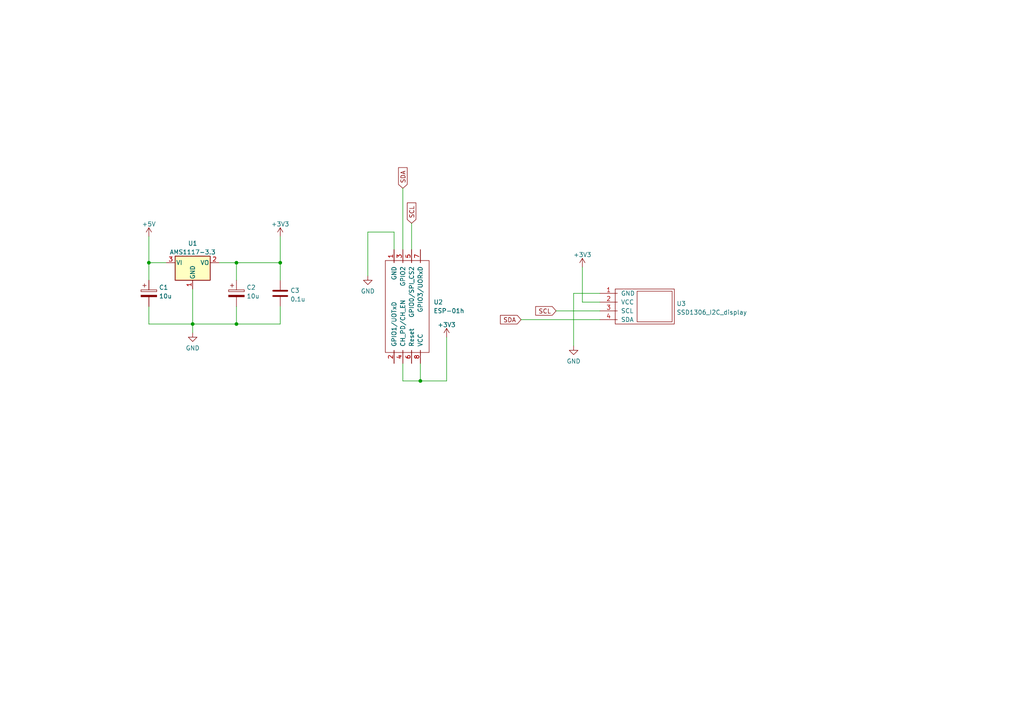
<source format=kicad_sch>
(kicad_sch (version 20211123) (generator eeschema)
  (paper "A4")
  (lib_symbols
    (symbol "Device:C" (pin_numbers hide) (pin_names (offset 0.254))
      (property "Reference" "C" (at 0.635 2.54 0))
      (property "Value" "C" (at 0.635 -2.54 0))
      (symbol "C_0_1"
        (polyline (pts (xy -2.032 -0.762) (xy 2.032 -0.762)) (stroke (width 0.508)))
        (polyline (pts (xy -2.032 0.762) (xy 2.032 0.762)) (stroke (width 0.508)))
      )
      (symbol "C_1_1"
        (pin passive line (at 0 3.81 270) (length 2.794) (name "~") (number "1"))
        (pin passive line (at 0 -3.81 90) (length 2.794) (name "~") (number "2"))
      )
    )
    (symbol "Device:C_Polarized" (pin_numbers hide) (pin_names (offset 0.254))
      (property "Reference" "C" (at 0.635 2.54 0))
      (property "Value" "C_Polarized" (at 0.635 -2.54 0))
      (symbol "C_Polarized_0_1"
        (rectangle (start -2.286 0.508) (end 2.286 1.016))
        (polyline (pts (xy -1.778 2.286) (xy -0.762 2.286)))
        (polyline (pts (xy -1.27 2.794) (xy -1.27 1.778)))
        (rectangle (start 2.286 -0.508) (end -2.286 -1.016) (fill (type outline)))
      )
      (symbol "C_Polarized_1_1"
        (pin passive line (at 0 3.81 270) (length 2.794) (name "~") (number "1"))
        (pin passive line (at 0 -3.81 90) (length 2.794) (name "~") (number "2"))
      )
    )
    (symbol "My_Arduino:ESP-01h" (pin_names (offset 1.016))
      (property "Reference" "U" (at 11.43 -5.08 0))
      (property "Value" "ESP-01h" (at 15.24 -7.62 0))
      (symbol "ESP-01h_0_1"
        (polyline (pts (xy -2.54 -3.175) (xy 10.16 -3.175) (xy 10.16 -29.845) (xy -2.54 -29.845) (xy -2.54 -3.175)) (stroke (width 0.1524)))
      )
      (symbol "ESP-01h_1_1"
        (pin output line (at 0 0 270) (length 3.81) (name "GND") (number "1"))
        (pin power_in line (at 0 -33.02 90) (length 3.81) (name "GPIO1/UOTxD") (number "2"))
        (pin input line (at 2.54 0 270) (length 3.81) (name "GPIO2") (number "3"))
        (pin tri_state line (at 2.54 -33.02 90) (length 3.81) (name "CH_PD/CH_EN") (number "4"))
        (pin input line (at 5.08 0 270) (length 3.81) (name "GPIO0/SPI_CS2") (number "5"))
        (pin tri_state line (at 5.08 -33.02 90) (length 3.81) (name "Reset") (number "6"))
        (pin power_in line (at 7.62 0 270) (length 3.81) (name "GPIO3/UORxD") (number "7"))
        (pin input line (at 7.62 -33.02 90) (length 3.81) (name "VCC") (number "8"))
      )
    )
    (symbol "My_Parts:SSD1306_I2C_display" (pin_names (offset 1.016))
      (property "Reference" "U" (at 5.715 2.54 0))
      (property "Value" "SSD1306_I2C_display" (at 12.7 -10.795 0))
      (symbol "SSD1306_I2C_display_0_1"
        (rectangle (start 4.445 1.27) (end 21.59 -8.89))
        (rectangle (start 10.795 0.635) (end 20.955 -8.255))
      )
      (symbol "SSD1306_I2C_display_1_1"
        (pin power_in line (at 0 0 0) (length 5.08) (name "GND") (number "1"))
        (pin power_in line (at 0 -2.54 0) (length 5.08) (name "VCC") (number "2"))
        (pin input line (at 0 -5.08 0) (length 5.08) (name "SCL") (number "3"))
        (pin input line (at 0 -7.62 0) (length 5.08) (name "SDA") (number "4"))
      )
    )
    (symbol "Regulator_Linear:AMS1117-3.3" (pin_names (offset 0.254))
      (property "Reference" "U" (at -3.81 3.175 0))
      (property "Value" "AMS1117-3.3" (at 0 3.175 0))
      (symbol "AMS1117-3.3_0_1"
        (rectangle (start -5.08 -5.08) (end 5.08 1.905) (stroke (width 0.254)) (fill (type background)))
      )
      (symbol "AMS1117-3.3_1_1"
        (pin power_in line (at 0 -7.62 90) (length 2.54) (name "GND") (number "1"))
        (pin power_out line (at 7.62 0 180) (length 2.54) (name "VO") (number "2"))
        (pin power_in line (at -7.62 0 0) (length 2.54) (name "VI") (number "3"))
      )
    )
    (symbol "power:+3.3V" (power) (pin_names (offset 0))
      (property "Value" "+3.3V" (at 0 3.556 0))
      (symbol "+3.3V_0_1"
        (polyline (pts (xy -0.762 1.27) (xy 0 2.54)))
        (polyline (pts (xy 0 0) (xy 0 2.54)))
        (polyline (pts (xy 0 2.54) (xy 0.762 1.27)))
      )
      (symbol "+3.3V_1_1"
        (pin power_in line (at 0 0 90) (length 0) hide (name "+3V3") (number "1"))
      )
    )
    (symbol "power:+5V" (power) (pin_names (offset 0))
      (property "Value" "+5V" (at 0 3.556 0))
      (symbol "+5V_0_1"
        (polyline (pts (xy -0.762 1.27) (xy 0 2.54)))
        (polyline (pts (xy 0 0) (xy 0 2.54)))
        (polyline (pts (xy 0 2.54) (xy 0.762 1.27)))
      )
      (symbol "+5V_1_1"
        (pin power_in line (at 0 0 90) (length 0) hide (name "+5V") (number "1"))
      )
    )
    (symbol "power:GND" (power) (pin_names (offset 0))
      (property "Value" "GND" (at 0 -3.81 0))
      (symbol "GND_0_1"
        (polyline (pts (xy 0 0) (xy 0 -1.27) (xy 1.27 -1.27) (xy 0 -2.54) (xy -1.27 -1.27) (xy 0 -1.27)))
      )
      (symbol "GND_1_1"
        (pin power_in line (at 0 0 270) (length 0) hide (name "GND") (number "1"))
      )
    )
  )
  (junction (at 68.58 93.98))
  (junction (at 121.92 110.49))
  (junction (at 55.88 93.98))
  (junction (at 43.18 76.2))
  (junction (at 68.58 76.2))
  (junction (at 81.28 76.2))
  (wire (pts (xy 55.88 93.98) (xy 55.88 96.52)))
  (wire (pts (xy 173.99 85.09) (xy 166.37 85.09)))
  (wire (pts (xy 116.84 110.49) (xy 116.84 105.41)))
  (wire (pts (xy 55.88 93.98) (xy 68.58 93.98)))
  (wire (pts (xy 43.18 76.2) (xy 43.18 81.28)))
  (wire (pts (xy 168.91 87.63) (xy 168.91 77.47)))
  (wire (pts (xy 63.5 76.2) (xy 68.58 76.2)))
  (wire (pts (xy 55.88 83.82) (xy 55.88 93.98)))
  (wire (pts (xy 114.3 67.31) (xy 106.68 67.31)))
  (wire (pts (xy 81.28 76.2) (xy 81.28 81.28)))
  (wire (pts (xy 161.29 90.17) (xy 173.99 90.17)))
  (wire (pts (xy 129.54 110.49) (xy 129.54 97.79)))
  (wire (pts (xy 106.68 67.31) (xy 106.68 80.01)))
  (wire (pts (xy 116.84 54.61) (xy 116.84 72.39)))
  (wire (pts (xy 68.58 76.2) (xy 68.58 81.28)))
  (wire (pts (xy 119.38 64.77) (xy 119.38 72.39)))
  (wire (pts (xy 121.92 105.41) (xy 121.92 110.49)))
  (wire (pts (xy 121.92 110.49) (xy 116.84 110.49)))
  (wire (pts (xy 81.28 68.58) (xy 81.28 76.2)))
  (wire (pts (xy 68.58 93.98) (xy 68.58 88.9)))
  (wire (pts (xy 43.18 76.2) (xy 43.18 68.58)))
  (wire (pts (xy 151.13 92.71) (xy 173.99 92.71)))
  (wire (pts (xy 43.18 93.98) (xy 55.88 93.98)))
  (wire (pts (xy 81.28 88.9) (xy 81.28 93.98)))
  (wire (pts (xy 81.28 93.98) (xy 68.58 93.98)))
  (wire (pts (xy 173.99 87.63) (xy 168.91 87.63)))
  (wire (pts (xy 121.92 110.49) (xy 129.54 110.49)))
  (wire (pts (xy 114.3 72.39) (xy 114.3 67.31)))
  (wire (pts (xy 166.37 85.09) (xy 166.37 100.33)))
  (wire (pts (xy 48.26 76.2) (xy 43.18 76.2)))
  (wire (pts (xy 43.18 88.9) (xy 43.18 93.98)))
  (wire (pts (xy 68.58 76.2) (xy 81.28 76.2)))
  (global_label "SCL" (shape input) (at 119.38 64.77 90) (property "Intersheet References" "${INTERSHEET_REFS}" (effects hide)))
  (global_label "SDA" (shape input) (at 151.13 92.71 180) (property "Intersheet References" "${INTERSHEET_REFS}" (effects hide)))
  (global_label "SDA" (shape input) (at 116.84 54.61 90) (property "Intersheet References" "${INTERSHEET_REFS}" (effects hide)))
  (global_label "SCL" (shape input) (at 161.29 90.17 180) (property "Intersheet References" "${INTERSHEET_REFS}" (effects hide)))
  (symbol (lib_id "power:+3.3V") (at 81.28 68.58 0) (unit 1)
    (property "Reference" "#PWR0107" (effects hide))
    (property "Value" "+3.3V" (at 81.28 65.0042 0))
  )
  (symbol (lib_id "Device:C") (at 81.28 85.09 0) (unit 1)
    (property "Reference" "C3" (at 84.201 84.2553 0) (effects (justify left)))
    (property "Value" "0.1u" (at 84.201 86.7922 0) (effects (justify left)))
    (property "Footprint" "My_Misc:C_Disc_D3.0mm_W1.6mm_P2.50mm_larg" (effects hide))
  )
  (symbol (lib_id "power:GND") (at 106.68 80.01 0) (unit 1)
    (property "Reference" "#PWR0103" (effects hide))
    (property "Value" "GND" (at 106.68 84.4534 0))
  )
  (symbol (lib_id "power:+3.3V") (at 129.54 97.79 0) (unit 1)
    (property "Reference" "#PWR0104" (effects hide))
    (property "Value" "+3.3V" (at 129.54 94.2142 0))
  )
  (symbol (lib_id "power:+5V") (at 43.18 68.58 0) (unit 1)
    (property "Reference" "#PWR0105" (effects hide))
    (property "Value" "+5V" (at 43.18 65.0042 0))
  )
  (symbol (lib_id "My_Parts:SSD1306_I2C_display") (at 173.99 85.09 0) (unit 1)
    (property "Reference" "U3" (at 196.215 88.0653 0) (effects (justify left)))
    (property "Value" "SSD1306_I2C_display" (at 196.215 90.6022 0) (effects (justify left)))
    (property "Footprint" "My_Parts:SSD1306_I2C_0.96_OLED_display_large" (effects hide))
  )
  (symbol (lib_id "power:GND") (at 166.37 100.33 0) (unit 1)
    (property "Reference" "#PWR0102" (effects hide))
    (property "Value" "GND" (at 166.37 104.7734 0))
  )
  (symbol (lib_id "Regulator_Linear:AMS1117-3.3") (at 55.88 76.2 0) (unit 1)
    (property "Reference" "U1" (at 55.88 70.5952 0))
    (property "Value" "AMS1117-3.3" (at 55.88 73.1321 0))
    (property "Footprint" "Package_TO_SOT_SMD:SOT-223-3_TabPin2" (effects hide))
    (property "Datasheet" "http://www.advanced-monolithic.com/pdf/ds1117.pdf" (effects hide))
  )
  (symbol (lib_id "power:+3.3V") (at 168.91 77.47 0) (unit 1)
    (property "Reference" "#PWR0101" (effects hide))
    (property "Value" "+3.3V" (at 168.91 73.8942 0))
  )
  (symbol (lib_id "power:GND") (at 55.88 96.52 0) (unit 1)
    (property "Reference" "#PWR0106" (effects hide))
    (property "Value" "GND" (at 55.88 100.9634 0))
  )
  (symbol (lib_id "Device:C_Polarized") (at 43.18 85.09 0) (unit 1)
    (property "Reference" "C1" (at 46.101 83.3663 0) (effects (justify left)))
    (property "Value" "10u" (at 46.101 85.9032 0) (effects (justify left)))
    (property "Footprint" "My_Misc:CP_Radial_D5.0mm_P2.00mm_larger" (effects hide))
  )
  (symbol (lib_id "Device:C_Polarized") (at 68.58 85.09 0) (unit 1)
    (property "Reference" "C2" (at 71.501 83.3663 0) (effects (justify left)))
    (property "Value" "10u" (at 71.501 85.9032 0) (effects (justify left)))
    (property "Footprint" "My_Misc:CP_Radial_D5.0mm_P2.00mm_larger" (effects hide))
  )
  (symbol (lib_id "My_Arduino:ESP-01h") (at 114.3 72.39 0) (unit 1)
    (property "Reference" "U2" (at 125.73 87.63 0) (effects (justify left)))
    (property "Value" "ESP-01h" (at 125.73 90.1669 0) (effects (justify left)))
    (property "Footprint" "My_Arduino:ESP-01_w_pin_socket_large" (effects hide))
    (property "Datasheet" "http://l0l.org.uk/2014/12/esp8266-modules-hardware-guide-gotta-catch-em-all/" (effects hide))
  )
)
</source>
